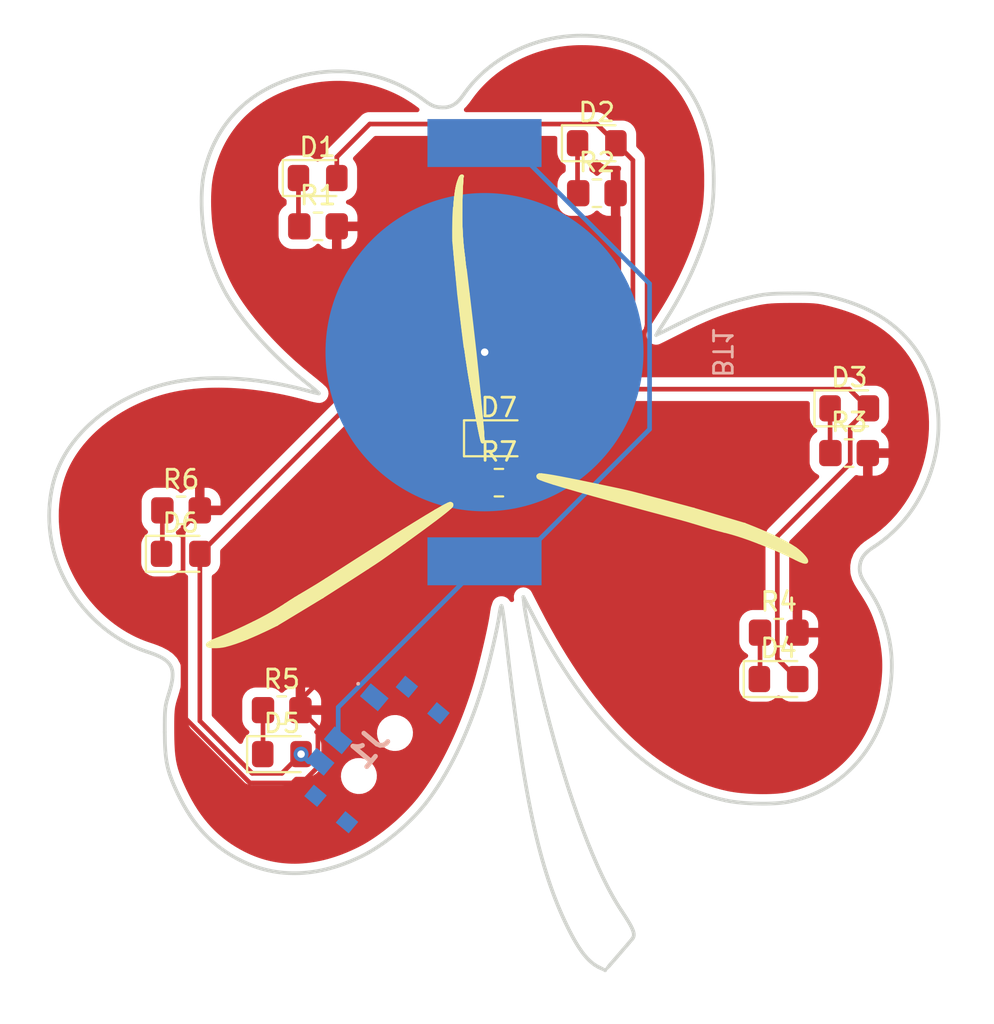
<source format=kicad_pcb>
(kicad_pcb (version 20211014) (generator pcbnew)
  (layers (0 "F.Cu" signal) (31 "B.Cu" signal) (34 "B.Paste" user) (35 "F.Paste" user) (36 "B.SilkS" user "B.Silkscreen") (37 "F.SilkS" user "F.Silkscreen") (38 "B.Mask" user) (39 "F.Mask" user) (44 "Edge.Cuts" user))
  (net 0 "")
  (net 2 "Net-(BT1-Pad1)")
  (net 3 "Net-(D1-Pad2)")
  (net 8 "GND")
  (net 9 "Net-(D1-Pad1)")
  (net 10 "Net-(D2-Pad1)")
  (net 11 "Net-(D3-Pad1)")
  (net 12 "Net-(D4-Pad1)")
  (net 13 "Net-(D5-Pad1)")
  (net 14 "Net-(D6-Pad1)")
  (net 15 "Net-(D7-Pad1)")
  (footprint "LED_SMD:LED_0805_2012Metric_Pad1.15x1.40mm_HandSolder" (layer "F.Cu") (at 98.765 47.57)
    (fp_text reference "D7" (at 0 -1.65) (layer "F.SilkS"))
    (fp_text value "LED")
    (fp_line (start -1.86 -0.96) (end -1.86 0.96) (layer "F.SilkS") (width 0.12))
    (fp_line (start 1 -0.96) (end -1.86 -0.96) (layer "F.SilkS") (width 0.12))
    (fp_line (start -1.86 0.96) (end 1 0.96) (layer "F.SilkS") (width 0.12))
    (pad "1" smd roundrect locked (at -1.025 0) (size 1.15 1.4) (layers "F.Cu" "F.Paste" "F.Mask") (roundrect_rratio 0.217391) (net 15 "Net-(D7-Pad1)"))
    (pad "2" smd roundrect locked (at 1.025 0) (size 1.15 1.4) (layers "F.Cu" "F.Paste" "F.Mask") (roundrect_rratio 0.217391) (net 3 "Net-(D1-Pad2)"))
  )
  (footprint "Resistor_SMD:R_0805_2012Metric_Pad1.20x1.40mm_HandSolder" (layer "F.Cu") (at 89.1 36.25)
    (fp_text reference "R1" (at 0 -1.65) (layer "F.SilkS"))
    (fp_text value "1k")
    (fp_line (start -0.227064 -0.735) (end 0.227064 -0.735) (layer "F.SilkS") (width 0.12))
    (fp_line (start -0.227064 0.735) (end 0.227064 0.735) (layer "F.SilkS") (width 0.12))
    (pad "1" smd roundrect locked (at -1 0) (size 1.2 1.4) (layers "F.Cu" "F.Paste" "F.Mask") (roundrect_rratio 0.208333) (net 9 "Net-(D1-Pad1)"))
    (pad "2" smd roundrect locked (at 1 0) (size 1.2 1.4) (layers "F.Cu" "F.Paste" "F.Mask") (roundrect_rratio 0.208333) (net 8 "GND"))
  )
  (footprint "Resistor_SMD:R_0805_2012Metric_Pad1.20x1.40mm_HandSolder" (layer "F.Cu") (at 113.73 57.95)
    (fp_text reference "R4" (at 0 -1.65) (layer "F.SilkS"))
    (fp_text value "1k")
    (fp_line (start -0.227064 0.735) (end 0.227064 0.735) (layer "F.SilkS") (width 0.12))
    (fp_line (start -0.227064 -0.735) (end 0.227064 -0.735) (layer "F.SilkS") (width 0.12))
    (pad "1" smd roundrect locked (at -1 0) (size 1.2 1.4) (layers "F.Cu" "F.Paste" "F.Mask") (roundrect_rratio 0.208333) (net 12 "Net-(D4-Pad1)"))
    (pad "2" smd roundrect locked (at 1 0) (size 1.2 1.4) (layers "F.Cu" "F.Paste" "F.Mask") (roundrect_rratio 0.208333) (net 8 "GND"))
  )
  (footprint "Resistor_SMD:R_0805_2012Metric_Pad1.20x1.40mm_HandSolder" (layer "F.Cu") (at 98.77 49.94)
    (fp_text reference "R7" (at 0 -1.65) (layer "F.SilkS"))
    (fp_text value "1k")
    (fp_line (start -0.227064 -0.735) (end 0.227064 -0.735) (layer "F.SilkS") (width 0.12))
    (fp_line (start -0.227064 0.735) (end 0.227064 0.735) (layer "F.SilkS") (width 0.12))
    (pad "1" smd roundrect locked (at -1 0) (size 1.2 1.4) (layers "F.Cu" "F.Paste" "F.Mask") (roundrect_rratio 0.208333) (net 15 "Net-(D7-Pad1)"))
    (pad "2" smd roundrect locked (at 1 0) (size 1.2 1.4) (layers "F.Cu" "F.Paste" "F.Mask") (roundrect_rratio 0.208333) (net 8 "GND"))
  )
  (footprint "LED_SMD:LED_0805_2012Metric_Pad1.15x1.40mm_HandSolder" (layer "F.Cu") (at 113.72 60.43)
    (fp_text reference "D4" (at 0 -1.65) (layer "F.SilkS"))
    (fp_text value "LED")
    (fp_line (start -1.86 0.96) (end 1 0.96) (layer "F.SilkS") (width 0.12))
    (fp_line (start -1.86 -0.96) (end -1.86 0.96) (layer "F.SilkS") (width 0.12))
    (fp_line (start 1 -0.96) (end -1.86 -0.96) (layer "F.SilkS") (width 0.12))
    (pad "1" smd roundrect locked (at -1.025 0) (size 1.15 1.4) (layers "F.Cu" "F.Paste" "F.Mask") (roundrect_rratio 0.217391) (net 12 "Net-(D4-Pad1)"))
    (pad "2" smd roundrect locked (at 1.025 0) (size 1.15 1.4) (layers "F.Cu" "F.Paste" "F.Mask") (roundrect_rratio 0.217391) (net 3 "Net-(D1-Pad2)"))
  )
  (footprint "Resistor_SMD:R_0805_2012Metric_Pad1.20x1.40mm_HandSolder" (layer "F.Cu") (at 117.49 48.36)
    (fp_text reference "R3" (at 0 -1.65) (layer "F.SilkS"))
    (fp_text value "1k")
    (fp_line (start -0.227064 -0.735) (end 0.227064 -0.735) (layer "F.SilkS") (width 0.12))
    (fp_line (start -0.227064 0.735) (end 0.227064 0.735) (layer "F.SilkS") (width 0.12))
    (pad "1" smd roundrect locked (at -1 0) (size 1.2 1.4) (layers "F.Cu" "F.Paste" "F.Mask") (roundrect_rratio 0.208333) (net 11 "Net-(D3-Pad1)"))
    (pad "2" smd roundrect locked (at 1 0) (size 1.2 1.4) (layers "F.Cu" "F.Paste" "F.Mask") (roundrect_rratio 0.208333) (net 8 "GND"))
  )
  (footprint "LED_SMD:LED_0805_2012Metric_Pad1.15x1.40mm_HandSolder" (layer "F.Cu") (at 81.76 53.74)
    (fp_text reference "D6" (at 0 -1.65) (layer "F.SilkS"))
    (fp_text value "LED")
    (fp_line (start -1.86 -0.96) (end -1.86 0.96) (layer "F.SilkS") (width 0.12))
    (fp_line (start 1 -0.96) (end -1.86 -0.96) (layer "F.SilkS") (width 0.12))
    (fp_line (start -1.86 0.96) (end 1 0.96) (layer "F.SilkS") (width 0.12))
    (pad "1" smd roundrect locked (at -1.025 0) (size 1.15 1.4) (layers "F.Cu" "F.Paste" "F.Mask") (roundrect_rratio 0.217391) (net 14 "Net-(D6-Pad1)"))
    (pad "2" smd roundrect locked (at 1.025 0) (size 1.15 1.4) (layers "F.Cu" "F.Paste" "F.Mask") (roundrect_rratio 0.217391) (net 3 "Net-(D1-Pad2)"))
  )
  (footprint "Resistor_SMD:R_0805_2012Metric_Pad1.20x1.40mm_HandSolder" (layer "F.Cu") (at 104.01 34.48)
    (fp_text reference "R2" (at 0 -1.65) (layer "F.SilkS"))
    (fp_text value "1k")
    (fp_line (start -0.227064 -0.735) (end 0.227064 -0.735) (layer "F.SilkS") (width 0.12))
    (fp_line (start -0.227064 0.735) (end 0.227064 0.735) (layer "F.SilkS") (width 0.12))
    (pad "1" smd roundrect locked (at -1 0) (size 1.2 1.4) (layers "F.Cu" "F.Paste" "F.Mask") (roundrect_rratio 0.208333) (net 10 "Net-(D2-Pad1)"))
    (pad "2" smd roundrect locked (at 1 0) (size 1.2 1.4) (layers "F.Cu" "F.Paste" "F.Mask") (roundrect_rratio 0.208333) (net 8 "GND"))
  )
  (footprint "LED_SMD:LED_0805_2012Metric_Pad1.15x1.40mm_HandSolder" (layer "F.Cu") (at 87.17 64.44)
    (fp_text reference "D5" (at 0 -1.65) (layer "F.SilkS"))
    (fp_text value "LED")
    (fp_line (start -1.86 0.96) (end 1 0.96) (layer "F.SilkS") (width 0.12))
    (fp_line (start -1.86 -0.96) (end -1.86 0.96) (layer "F.SilkS") (width 0.12))
    (fp_line (start 1 -0.96) (end -1.86 -0.96) (layer "F.SilkS") (width 0.12))
    (pad "1" smd roundrect locked (at -1.025 0) (size 1.15 1.4) (layers "F.Cu" "F.Paste" "F.Mask") (roundrect_rratio 0.217391) (net 13 "Net-(D5-Pad1)"))
    (pad "2" smd roundrect locked (at 1.025 0) (size 1.15 1.4) (layers "F.Cu" "F.Paste" "F.Mask") (roundrect_rratio 0.217391) (net 3 "Net-(D1-Pad2)"))
  )
  (footprint "Resistor_SMD:R_0805_2012Metric_Pad1.20x1.40mm_HandSolder" (layer "F.Cu") (at 87.16 62.09)
    (fp_text reference "R5" (at 0 -1.65) (layer "F.SilkS"))
    (fp_text value "1k")
    (fp_line (start -0.227064 -0.735) (end 0.227064 -0.735) (layer "F.SilkS") (width 0.12))
    (fp_line (start -0.227064 0.735) (end 0.227064 0.735) (layer "F.SilkS") (width 0.12))
    (pad "1" smd roundrect locked (at -1 0) (size 1.2 1.4) (layers "F.Cu" "F.Paste" "F.Mask") (roundrect_rratio 0.208333) (net 13 "Net-(D5-Pad1)"))
    (pad "2" smd roundrect locked (at 1 0) (size 1.2 1.4) (layers "F.Cu" "F.Paste" "F.Mask") (roundrect_rratio 0.208333) (net 8 "GND"))
  )
  (footprint "LED_SMD:LED_0805_2012Metric_Pad1.15x1.40mm_HandSolder" (layer "F.Cu") (at 117.5 45.97)
    (fp_text reference "D3" (at 0 -1.65) (layer "F.SilkS"))
    (fp_text value "LED")
    (fp_line (start -1.86 -0.96) (end -1.86 0.96) (layer "F.SilkS") (width 0.12))
    (fp_line (start 1 -0.96) (end -1.86 -0.96) (layer "F.SilkS") (width 0.12))
    (fp_line (start -1.86 0.96) (end 1 0.96) (layer "F.SilkS") (width 0.12))
    (pad "1" smd roundrect locked (at -1.025 0) (size 1.15 1.4) (layers "F.Cu" "F.Paste" "F.Mask") (roundrect_rratio 0.217391) (net 11 "Net-(D3-Pad1)"))
    (pad "2" smd roundrect locked (at 1.025 0) (size 1.15 1.4) (layers "F.Cu" "F.Paste" "F.Mask") (roundrect_rratio 0.217391) (net 3 "Net-(D1-Pad2)"))
  )
  (footprint "LED_SMD:LED_0805_2012Metric_Pad1.15x1.40mm_HandSolder" (layer "F.Cu") (at 104 31.81)
    (fp_text reference "D2" (at 0 -1.65) (layer "F.SilkS"))
    (fp_text value "LED")
    (fp_line (start -1.86 0.96) (end 1 0.96) (layer "F.SilkS") (width 0.12))
    (fp_line (start -1.86 -0.96) (end -1.86 0.96) (layer "F.SilkS") (width 0.12))
    (fp_line (start 1 -0.96) (end -1.86 -0.96) (layer "F.SilkS") (width 0.12))
    (pad "1" smd roundrect locked (at -1.025 0) (size 1.15 1.4) (layers "F.Cu" "F.Paste" "F.Mask") (roundrect_rratio 0.217391) (net 10 "Net-(D2-Pad1)"))
    (pad "2" smd roundrect locked (at 1.025 0) (size 1.15 1.4) (layers "F.Cu" "F.Paste" "F.Mask") (roundrect_rratio 0.217391) (net 3 "Net-(D1-Pad2)"))
  )
  (footprint "LED_SMD:LED_0805_2012Metric_Pad1.15x1.40mm_HandSolder" (layer "F.Cu") (at 89.08 33.67)
    (fp_text reference "D1" (at 0 -1.65) (layer "F.SilkS"))
    (fp_text value "LED")
    (fp_line (start -1.86 0.96) (end 1 0.96) (layer "F.SilkS") (width 0.12))
    (fp_line (start 1 -0.96) (end -1.86 -0.96) (layer "F.SilkS") (width 0.12))
    (fp_line (start -1.86 -0.96) (end -1.86 0.96) (layer "F.SilkS") (width 0.12))
    (pad "1" smd roundrect locked (at -1.025 0) (size 1.15 1.4) (layers "F.Cu" "F.Paste" "F.Mask") (roundrect_rratio 0.217391) (net 9 "Net-(D1-Pad1)"))
    (pad "2" smd roundrect locked (at 1.025 0) (size 1.15 1.4) (layers "F.Cu" "F.Paste" "F.Mask") (roundrect_rratio 0.217391) (net 3 "Net-(D1-Pad2)"))
  )
  (footprint "Resistor_SMD:R_0805_2012Metric_Pad1.20x1.40mm_HandSolder" (layer "F.Cu") (at 81.78 51.42)
    (fp_text reference "R6" (at 0 -1.65) (layer "F.SilkS"))
    (fp_text value "1k")
    (fp_line (start -0.227064 0.735) (end 0.227064 0.735) (layer "F.SilkS") (width 0.12))
    (fp_line (start -0.227064 -0.735) (end 0.227064 -0.735) (layer "F.SilkS") (width 0.12))
    (pad "1" smd roundrect locked (at -1 0) (size 1.2 1.4) (layers "F.Cu" "F.Paste" "F.Mask") (roundrect_rratio 0.208333) (net 14 "Net-(D6-Pad1)"))
    (pad "2" smd roundrect locked (at 1 0) (size 1.2 1.4) (layers "F.Cu" "F.Paste" "F.Mask") (roundrect_rratio 0.208333) (net 8 "GND"))
  )
  (footprint "user-footprints:CR2032_holder_ali" (layer "B.Cu") (at 98 42.97 90)
    (fp_text reference "BT1" (at 0 12.7 270 unlocked) (layer "B.SilkS") (effects (justify mirror)))
    (fp_text value "Battery_Cell")
    (pad "1" smd rect (at 11.17 0 90) (size 2.56 6.1) (layers "B.Cu" "B.Paste" "B.Mask") (net 2 "Net-(BT1-Pad1)"))
    (pad "1" smd rect (at -11.17 0 90) (size 2.56 6.1) (layers "B.Cu" "B.Paste" "B.Mask") (net 2 "Net-(BT1-Pad1)"))
    (pad "2" smd circle (at 0 0 90) (size 17 17) (layers "B.Cu" "B.Paste" "B.Mask") (net 8 "GND"))
  )
  (footprint "user-footprints:MK12C02" (layer "B.Cu") (at 92.250476 64.459603 -130)
    (fp_text reference "J1" (at 0 0.575 50) (layer "B.SilkS") (effects (font (size 1.27 1.27) (thickness 0.254)) (justify mirror)))
    (fp_text value "MK-12C02" hide)
    (fp_line (start -2.2 3.2) (end -2.2 3.2) (layer "B.SilkS") (width 0.1))
    (fp_line (start -2.3 3.2) (end -2.3 3.2) (layer "B.SilkS") (width 0.1))
    (fp_arc (start -2.2 3.2) (mid -2.25 3.25) (end -2.3 3.2) (layer "B.SilkS") (width 0.1))
    (fp_arc (start -2.3 3.2) (mid -2.25 3.15) (end -2.2 3.2) (layer "B.SilkS") (width 0.1))
    (pad "" np_thru_hole circle locked (at 1.5 0 230) (size 0.9 0.9) (drill 0.9) (layers *.Cu *.Mask))
    (pad "" np_thru_hole circle locked (at -1.5 0 230) (size 0.9 0.9) (drill 0.9) (layers *.Cu *.Mask))
    (pad "1" smd rect locked (at -2.25 2.075 230) (size 0.9 1.25) (layers "B.Cu" "B.Paste" "B.Mask"))
    (pad "2" smd rect locked (at 0.75 2.075 230) (size 0.9 1.25) (layers "B.Cu" "B.Paste" "B.Mask") (net 2 "Net-(BT1-Pad1)"))
    (pad "3" smd rect locked (at 2.25 2.075 230) (size 0.9 1.25) (layers "B.Cu" "B.Paste" "B.Mask") (net 3 "Net-(D1-Pad2)"))
    (pad "MP1" smd rect locked (at -3.8 1.1 230) (size 0.8 0.9) (layers "B.Cu" "B.Paste" "B.Mask"))
    (pad "MP2" smd rect locked (at -3.8 -1.1 230) (size 0.8 0.9) (layers "B.Cu" "B.Paste" "B.Mask"))
    (pad "MP3" smd rect locked (at 3.8 -1.1 230) (size 0.8 0.9) (layers "B.Cu" "B.Paste" "B.Mask"))
    (pad "MP4" smd rect locked (at 3.8 1.1 230) (size 0.8 0.9) (layers "B.Cu" "B.Paste" "B.Mask"))
  )
  (gr_line (start 111.890882 52.183929) (end 109.167352 51.377013) (layer "F.SilkS") (width 0.2))
  (gr_curve (pts (xy 97.727113 46.268422) (xy 97.736029 46.278164) (xy 97.752328 46.293092) (xy 97.778791 46.290642)) (layer "F.SilkS") (width 0.2))
  (gr_curve (pts (xy 96.688882 33.731081) (xy 96.724549 33.655687) (xy 96.761691 33.594002) (xy 96.77142 33.594002)) (layer "F.SilkS") (width 0.2))
  (gr_curve (pts (xy 96.39205 36.370633) (xy 96.400969 35.024052) (xy 96.501929 34.126268) (xy 96.688882 33.731081)) (layer "F.SilkS") (width 0.2))
  (gr_curve (pts (xy 87.349311 56.629954) (xy 87.606605 56.462333) (xy 88.167652 56.114498) (xy 88.596082 55.85699)) (layer "F.SilkS") (width 0.2))
  (gr_curve (pts (xy 100.888126 49.643762) (xy 100.896752 49.654147) (xy 100.905298 49.660272) (xy 100.915074 49.666815)) (layer "F.SilkS") (width 0.2))
  (gr_line (start 96.803876 33.581031) (end 96.803876 33.581044) (layer "F.SilkS") (width 0.2))
  (gr_curve (pts (xy 93.700379 53.103633) (xy 95.177615 52.039676) (xy 95.920504 51.474794) (xy 96.151231 51.254163)) (layer "F.SilkS") (width 0.2))
  (gr_curve (pts (xy 83.697518 58.322194) (xy 83.486428 58.404958) (xy 83.428639 58.418487) (xy 83.261062 58.532784)) (layer "F.SilkS") (width 0.2))
  (gr_curve (pts (xy 96.700524 33.668881) (xy 96.734526 33.609706) (xy 96.762836 33.562053) (xy 96.803876 33.581031)) (layer "F.SilkS") (width 0.2))
  (gr_line (start 96.639027 39.848876) (end 96.639027 39.847844) (layer "F.SilkS") (width 0.2))
  (gr_curve (pts (xy 93.642234 53.022811) (xy 92.129076 54.11264) (xy 92.328782 53.963108) (xy 91.689381 54.380454)) (layer "F.SilkS") (width 0.2))
  (gr_curve (pts (xy 95.710857 51.442569) (xy 95.747592 51.479305) (xy 93.228483 53.328934) (xy 92.176806 54.037411)) (layer "F.SilkS") (width 0.2))
  (gr_curve (pts (xy 97.711087 45.385779) (xy 97.733259 45.667354) (xy 97.737633 45.832368) (xy 97.739509 45.977474)) (layer "F.SilkS") (width 0.2))
  (gr_curve (pts (xy 89.559154 55.133109) (xy 89.038909 55.467759) (xy 88.552172 55.747659) (xy 88.111052 56.0123)) (layer "F.SilkS") (width 0.2))
  (gr_curve (pts (xy 108.378063 51.703173) (xy 105.961793 51.059987) (xy 103.102029 50.285552) (xy 101.740082 49.860404)) (layer "F.SilkS") (width 0.2))
  (gr_curve (pts (xy 114.539554 53.55315) (xy 114.677571 53.650389) (xy 114.787071 53.745068) (xy 114.852884 53.828464)) (layer "F.SilkS") (width 0.2))
  (gr_curve (pts (xy 96.863432 37.903434) (xy 96.896903 38.16602) (xy 96.959024 38.76532) (xy 97.001479 39.235211)) (layer "F.SilkS") (width 0.2))
  (gr_curve (pts (xy 97.291415 44.594105) (xy 97.033886 43.12261) (xy 96.752075 40.887476) (xy 96.519123 38.468811)) (layer "F.SilkS") (width 0.2))
  (gr_curve (pts (xy 114.895839 53.95706) (xy 114.03166 53.518926) (xy 112.394611 52.783358) (xy 110.83575 52.410792)) (layer "F.SilkS") (width 0.2))
  (gr_curve (pts (xy 95.396488 51.465978) (xy 94.16035 52.188924) (xy 91.662351 53.780215) (xy 89.559154 55.133109)) (layer "F.SilkS") (width 0.2))
  (gr_curve (pts (xy 100.874818 49.586656) (xy 100.867171 49.612104) (xy 100.879501 49.633393) (xy 100.888126 49.643762)) (layer "F.SilkS") (width 0.2))
  (gr_line (start 96.803876 33.581044) (end 96.803876 33.581031) (layer "F.SilkS") (width 0.2))
  (gr_curve (pts (xy 110.213144 52.347615) (xy 110.419378 52.407512) (xy 110.618485 52.461998) (xy 110.81212 52.508276)) (layer "F.SilkS") (width 0.2))
  (gr_curve (pts (xy 86.888934 57.49135) (xy 86.890046 57.490821) (xy 86.89113 57.490291) (xy 86.892189 57.489762)) (layer "F.SilkS") (width 0.2))
  (gr_curve (pts (xy 87.167987 56.611867) (xy 86.684352 56.920826) (xy 86.184669 57.190855) (xy 85.671598 57.444593)) (layer "F.SilkS") (width 0.2))
  (gr_curve (pts (xy 97.900222 47.740999) (xy 97.893501 47.740999) (xy 97.853148 47.579866) (xy 97.810548 47.382927)) (layer "F.SilkS") (width 0.2))
  (gr_curve (pts (xy 84.611409 57.944837) (xy 84.372639 58.053899) (xy 83.956169 58.220774) (xy 83.697518 58.322194)) (layer "F.SilkS") (width 0.2))
  (gr_curve (pts (xy 88.111052 56.0123) (xy 88.039849 56.055017) (xy 87.969835 56.097337) (xy 87.90106 56.139424)) (layer "F.SilkS") (width 0.2))
  (gr_curve (pts (xy 101.045373 49.540312) (xy 101.005559 49.537582) (xy 100.974711 49.537079) (xy 100.949991 49.539386)) (layer "F.SilkS") (width 0.2))
  (gr_curve (pts (xy 100.915074 49.666815) (xy 100.934627 49.679904) (xy 100.959582 49.692602) (xy 100.991914 49.707071)) (layer "F.SilkS") (width 0.2))
  (gr_line (start 111.86204 52.279791) (end 111.862569 52.27999) (layer "F.SilkS") (width 0.2))
  (gr_curve (pts (xy 96.18055 51.06825) (xy 96.167056 51.067642) (xy 96.15679 51.069812) (xy 96.14536 51.072637)) (layer "F.SilkS") (width 0.2))
  (gr_curve (pts (xy 96.519123 38.468811) (xy 96.391121 37.139808) (xy 96.387366 37.077808) (xy 96.39205 36.370633)) (layer "F.SilkS") (width 0.2))
  (gr_curve (pts (xy 87.90106 56.139424) (xy 87.717882 56.251523) (xy 87.543495 56.361979) (xy 87.378862 56.473929)) (layer "F.SilkS") (width 0.2))
  (gr_curve (pts (xy 96.952477 38.538653) (xy 97.004893 38.969812) (xy 97.058611 39.414865) (xy 97.112182 39.863432)) (layer "F.SilkS") (width 0.2))
  (gr_curve (pts (xy 97.215306 41.232878) (xy 97.662077 44.971339) (xy 97.953556 47.740999) (xy 97.900222 47.740999)) (layer "F.SilkS") (width 0.2))
  (gr_curve (pts (xy 85.671598 57.444593) (xy 85.324067 57.616466) (xy 84.970396 57.78087) (xy 84.611409 57.944837)) (layer "F.SilkS") (width 0.2))
  (gr_curve (pts (xy 97.215306 41.232878) (xy 97.662077 44.971339) (xy 97.953556 47.740999) (xy 97.900222 47.740999)) (layer "F.SilkS") (width 0.2))
  (gr_curve (pts (xy 96.724839 36.237267) (xy 96.753677 36.950467) (xy 96.775681 37.214993) (xy 96.863432 37.903434)) (layer "F.SilkS") (width 0.2))
  (gr_curve (pts (xy 97.001479 39.235211) (xy 97.043935 39.705102) (xy 97.140157 40.604052) (xy 97.215306 41.232878)) (layer "F.SilkS") (width 0.2))
  (gr_curve (pts (xy 95.446791 51.552065) (xy 95.690597 51.409468) (xy 95.837234 51.33366) (xy 95.967036 51.268771)) (layer "F.SilkS") (width 0.2))
  (gr_line (start 86.84082 57.403902) (end 86.840344 57.404132) (layer "F.SilkS") (width 0.2))
  (gr_line (start 83.55757 58.516591) (end 83.557559 58.516597) (layer "F.SilkS") (width 0.2))
  (gr_line (start 96.639027 39.847844) (end 96.375479 37.021143) (layer "F.SilkS") (width 0.2))
  (gr_line (start 83.633326 58.547217) (end 83.633326 58.547217) (layer "F.SilkS") (width 0.2))
  (gr_line (start 89.271489 55.934981) (end 89.270536 55.93551) (layer "F.SilkS") (width 0.2))
  (gr_curve (pts (xy 84.096195 58.525217) (xy 83.931361 58.561732) (xy 83.787623 58.578895) (xy 83.681652 58.571368)) (layer "F.SilkS") (width 0.2))
  (gr_curve (pts (xy 96.77089 33.813871) (xy 96.723529 34.385619) (xy 96.70001 35.623248) (xy 96.724839 36.237267)) (layer "F.SilkS") (width 0.2))
  (gr_curve (pts (xy 109.165764 51.376431) (xy 109.165764 51.376431) (xy 107.350765 50.885478) (xy 106.386243 50.6356)) (layer "F.SilkS") (width 0.2))
  (gr_curve (pts (xy 111.862569 52.27999) (xy 111.865956 52.28126) (xy 112.682174 52.584542) (xy 113.475434 52.961938)) (layer "F.SilkS") (width 0.2))
  (gr_curve (pts (xy 97.900222 47.740999) (xy 97.893501 47.740999) (xy 97.853148 47.579866) (xy 97.810548 47.382927)) (layer "F.SilkS") (width 0.2))
  (gr_curve (pts (xy 96.06385 51.102317) (xy 95.93399 51.158977) (xy 95.705525 51.285244) (xy 95.396488 51.465978)) (layer "F.SilkS") (width 0.2))
  (gr_curve (pts (xy 96.77142 33.594002) (xy 96.781148 33.594002) (xy 96.780913 33.692943) (xy 96.77089 33.813871)) (layer "F.SilkS") (width 0.2))
  (gr_curve (pts (xy 114.59713 53.4716) (xy 114.312213 53.27086) (xy 113.918222 53.061985) (xy 113.51814 52.871649)) (layer "F.SilkS") (width 0.2))
  (gr_curve (pts (xy 111.894242 52.185278) (xy 111.893184 52.184802) (xy 111.891861 52.184352) (xy 111.890882 52.183929)) (layer "F.SilkS") (width 0.2))
  (gr_curve (pts (xy 100.991914 49.707071) (xy 101.121261 49.76489) (xy 101.368474 49.848706) (xy 101.710215 49.955389)) (layer "F.SilkS") (width 0.2))
  (gr_line (start 109.140139 51.472972) (end 111.86204 52.279791) (layer "F.SilkS") (width 0.2))
  (gr_curve (pts (xy 83.681652 58.571368) (xy 83.613576 58.566526) (xy 83.55835 58.56179) (xy 83.557559 58.516597)) (layer "F.SilkS") (width 0.2))
  (gr_curve (pts (xy 97.215306 41.232878) (xy 97.662077 44.971339) (xy 97.953556 47.740999) (xy 97.900222 47.740999)) (layer "F.SilkS") (width 0.2))
  (gr_curve (pts (xy 96.375479 37.020614) (xy 96.375389 37.017015) (xy 96.353307 36.146534) (xy 96.408552 35.269816)) (layer "F.SilkS") (width 0.2))
  (gr_curve (pts (xy 109.167352 51.377013) (xy 109.166823 51.376806) (xy 109.166293 51.376616) (xy 109.165764 51.376431)) (layer "F.SilkS") (width 0.2))
  (gr_curve (pts (xy 97.136156 40.46951) (xy 97.43791 42.951646) (xy 97.7828 45.894274) (xy 97.894766 47.316635)) (layer "F.SilkS") (width 0.2))
  (gr_curve (pts (xy 86.840344 57.404132) (xy 86.837145 57.40572) (xy 86.063183 57.804794) (xy 85.249929 58.136912)) (layer "F.SilkS") (width 0.2))
  (gr_curve (pts (xy 89.324504 56.019436) (xy 89.324504 56.019436) (xy 90.909896 55.008606) (xy 91.744254 54.464009)) (layer "F.SilkS") (width 0.2))
  (gr_curve (pts (xy 96.519123 38.468811) (xy 96.391121 37.139808) (xy 96.387366 37.077808) (xy 96.39205 36.370633)) (layer "F.SilkS") (width 0.2))
  (gr_curve (pts (xy 104.063178 50.106071) (xy 102.281763 49.730847) (xy 101.363857 49.562241) (xy 101.045373 49.540312)) (layer "F.SilkS") (width 0.2))
  (gr_curve (pts (xy 83.557593 58.516509) (xy 84.46351 58.172882) (xy 86.109845 57.458343) (xy 87.435212 56.55709)) (layer "F.SilkS") (width 0.2))
  (gr_poly (pts (xy 104.83 50.32) (xy 108.05 51.11) (xy 111.21 52.06) (xy 112.23 52.35) (xy 113.64 53.06) (xy 114.58 53.59) (xy 115.17 54.01) (xy 115.05 54.18) (xy 114.55 53.85) (xy 113.47 53.32) (xy 112.4 52.89) (xy 110.29 52.24) (xy 108.05 51.57) (xy 106.38 51.16) (xy 103.91 50.45) (xy 101.97 50.03) (xy 101.95 49.67)) (layer "F.SilkS") (width 0.15) (fill solid))
  (gr_curve (pts (xy 97.112182 39.863432) (xy 97.36702 41.997215) (xy 97.61857 44.210488) (xy 97.711087 45.385779)) (layer "F.SilkS") (width 0.2))
  (gr_curve (pts (xy 84.117611 58.622713) (xy 84.457892 58.547333) (xy 84.877655 58.396812) (xy 85.287821 58.229304)) (layer "F.SilkS") (width 0.2))
  (gr_curve (pts (xy 96.724839 36.237267) (xy 96.753677 36.950467) (xy 96.775681 37.214993) (xy 96.863432 37.903434)) (layer "F.SilkS") (width 0.2))
  (gr_curve (pts (xy 96.77089 33.813871) (xy 96.723529 34.385619) (xy 96.70001 35.623248) (xy 96.724839 36.237267)) (layer "F.SilkS") (width 0.2))
  (gr_curve (pts (xy 108.352515 51.799888) (xy 109.046771 51.984692) (xy 109.655997 52.185831) (xy 110.213144 52.347615)) (layer "F.SilkS") (width 0.2))
  (gr_curve (pts (xy 101.710215 49.955389) (xy 103.077182 50.382104) (xy 105.935914 51.156613) (xy 108.352515 51.799888)) (layer "F.SilkS") (width 0.2))
  (gr_curve (pts (xy 97.706952 46.23845) (xy 97.712614 46.249494) (xy 97.718196 46.25868) (xy 97.727113 46.268422)) (layer "F.SilkS") (width 0.2))
  (gr_curve (pts (xy 96.39205 36.370633) (xy 96.400969 35.024052) (xy 96.501929 34.126268) (xy 96.688882 33.731081)) (layer "F.SilkS") (width 0.2))
  (gr_curve (pts (xy 101.740082 49.860404) (xy 101.470463 49.776246) (xy 101.315664 49.718925) (xy 101.180271 49.666691)) (layer "F.SilkS") (width 0.2))
  (gr_curve (pts (xy 90.493238 54.672543) (xy 92.712703 53.250884) (xy 94.242777 52.289947) (xy 95.116768 51.768812)) (layer "F.SilkS") (width 0.2))
  (gr_curve (pts (xy 92.176806 54.037411) (xy 90.621568 55.085116) (xy 87.26106 57.17091) (xy 86.569918 57.517485)) (layer "F.SilkS") (width 0.2))
  (gr_curve (pts (xy 88.596082 55.85699) (xy 89.024513 55.599482) (xy 89.878233 55.066481) (xy 90.493238 54.672543)) (layer "F.SilkS") (width 0.2))
  (gr_curve (pts (xy 113.763367 53.563032) (xy 114.004804 53.666055) (xy 114.408667 53.861479) (xy 114.657846 53.984344)) (layer "F.SilkS") (width 0.2))
  (gr_poly (pts (xy 96.71 34.43) (xy 96.69 35.45) (xy 96.76 37.47) (xy 96.96 39.23) (xy 97.49 43.7) (xy 97.79 46.13) (xy 97.66 46.44) (xy 97.33 44.62) (xy 97.09 43.11) (xy 96.94 42.05) (xy 96.52 38.54) (xy 96.42 37.07) (xy 96.4 35.77) (xy 96.49 34.64) (xy 96.61 34.15) (xy 96.74 33.87)) (layer "F.SilkS") (width 0.15) (fill solid))
  (gr_curve (pts (xy 112.679517 53.116362) (xy 113.040642 53.257454) (xy 113.400374 53.408137) (xy 113.763367 53.563032)) (layer "F.SilkS") (width 0.2))
  (gr_curve (pts (xy 89.323076 56.02023) (xy 89.323552 56.020007) (xy 89.324028 56.019701) (xy 89.324504 56.019436)) (layer "F.SilkS") (width 0.2))
  (gr_line (start 97.810553 47.382927) (end 97.810553 47.382927) (layer "F.SilkS") (width 0.2))
  (gr_curve (pts (xy 96.688882 33.731081) (xy 96.724549 33.655687) (xy 96.761691 33.594002) (xy 96.77142 33.594002)) (layer "F.SilkS") (width 0.2))
  (gr_line (start 86.892189 57.489762) (end 89.323076 56.02023) (layer "F.SilkS") (width 0.2))
  (gr_curve (pts (xy 97.810553 47.382927) (xy 97.706583 46.902271) (xy 97.5192 45.895648) (xy 97.291415 44.594105)) (layer "F.SilkS") (width 0.2))
  (gr_curve (pts (xy 110.81212 52.508276) (xy 111.453555 52.666285) (xy 112.068521 52.877621) (xy 112.679517 53.116362)) (layer "F.SilkS") (width 0.2))
  (gr_line (start 84.117489 58.622565) (end 84.117611 58.622713) (layer "F.SilkS") (width 0.2))
  (gr_curve (pts (xy 97.001479 39.235211) (xy 97.043935 39.705102) (xy 97.140157 40.604052) (xy 97.215306 41.232878)) (layer "F.SilkS") (width 0.2))
  (gr_curve (pts (xy 96.234363 51.153081) (xy 96.239258 51.140815) (xy 96.245581 51.119644) (xy 96.231717 51.096882)) (layer "F.SilkS") (width 0.2))
  (gr_curve (pts (xy 96.724839 36.237267) (xy 96.753677 36.950467) (xy 96.775681 37.214993) (xy 96.863432 37.903434)) (layer "F.SilkS") (width 0.2))
  (gr_line (start 89.270536 55.93551) (end 86.84082 57.403902) (layer "F.SilkS") (width 0.2))
  (gr_curve (pts (xy 83.620762 58.508421) (xy 84.973024 57.987594) (xy 86.262789 57.337804) (xy 87.349311 56.629954)) (layer "F.SilkS") (width 0.2))
  (gr_curve (pts (xy 96.14536 51.072637) (xy 96.1225 51.078291) (xy 96.096319 51.088163) (xy 96.06385 51.102317)) (layer "F.SilkS") (width 0.2))
  (gr_curve (pts (xy 96.77089 33.813871) (xy 96.723529 34.385619) (xy 96.70001 35.623248) (xy 96.724839 36.237267)) (layer "F.SilkS") (width 0.2))
  (gr_curve (pts (xy 114.852884 53.828464) (xy 114.895167 53.88204) (xy 114.928869 53.926043) (xy 114.895987 53.957078)) (layer "F.SilkS") (width 0.2))
  (gr_line (start 97.810548 47.382927) (end 97.810553 47.382927) (layer "F.SilkS") (width 0.2))
  (gr_curve (pts (xy 106.361481 50.732513) (xy 107.324363 50.981965) (xy 109.137785 51.472227) (xy 109.139081 51.472576)) (layer "F.SilkS") (width 0.2))
  (gr_curve (pts (xy 96.985261 42.702448) (xy 96.858647 41.715871) (xy 96.639186 39.850208) (xy 96.639027 39.848876)) (layer "F.SilkS") (width 0.2))
  (gr_curve (pts (xy 89.613643 55.217169) (xy 91.716552 53.864458) (xy 94.215193 52.272356) (xy 95.446791 51.552065)) (layer "F.SilkS") (width 0.2))
  (gr_line (start 114.596981 53.47161) (end 114.59713 53.4716) (layer "F.SilkS") (width 0.2))
  (gr_curve (pts (xy 87.435212 56.55709) (xy 88.037676 56.14741) (xy 88.781751 55.752289) (xy 89.613643 55.217169)) (layer "F.SilkS") (width 0.2))
  (gr_line (start 96.455348 37.91802) (end 96.455348 37.916988) (layer "F.SilkS") (width 0.2))
  (gr_curve (pts (xy 106.386243 50.6356) (xy 105.648439 50.444458) (xy 105.888067 50.490455) (xy 104.063178 50.106071)) (layer "F.SilkS") (width 0.2))
  (gr_curve (pts (xy 113.475434 52.961938) (xy 113.87288 53.151025) (xy 114.263524 53.35867) (xy 114.539554 53.55315)) (layer "F.SilkS") (width 0.2))
  (gr_curve (pts (xy 96.39205 36.370633) (xy 96.400969 35.024052) (xy 96.501929 34.126268) (xy 96.688882 33.731081)) (layer "F.SilkS") (width 0.2))
  (gr_curve (pts (xy 100.914669 49.546953) (xy 100.90234 49.55161) (xy 100.882401 49.561185) (xy 100.874818 49.586656)) (layer "F.SilkS") (width 0.2))
  (gr_poly (pts (xy 94.91 52.15) (xy 93.93 52.82) (xy 91.46 54.52) (xy 88.73 56.27) (xy 87.43 57.07) (xy 86.4 57.6) (xy 85.31 58.08) (xy 83.61 58.69) (xy 83.35 58.65) (xy 83.35 58.52) (xy 83.48 58.41) (xy 85.65 57.6) (xy 87.66 56.43) (xy 88.37 55.99) (xy 90.35 54.73) (xy 92.32 53.52) (xy 93.79 52.58) (xy 94.77 51.96)) (layer "F.SilkS") (width 0.15) (fill solid))
  (gr_curve (pts (xy 95.967036 51.268771) (xy 95.714235 51.497441) (xy 95.048997 52.009612) (xy 93.642234 53.022811)) (layer "F.SilkS") (width 0.2))
  (gr_curve (pts (xy 85.249929 58.136912) (xy 84.842463 58.303316) (xy 84.425864 58.452189) (xy 84.096195 58.525217)) (layer "F.SilkS") (width 0.2))
  (gr_curve (pts (xy 91.689381 54.380454) (xy 90.856442 54.924127) (xy 89.27262 55.934259) (xy 89.271489 55.934981)) (layer "F.SilkS") (width 0.2))
  (gr_curve (pts (xy 101.180271 49.666691) (xy 101.519565 49.699522) (xy 102.346207 49.846236) (xy 104.042636 50.203562)) (layer "F.SilkS") (width 0.2))
  (gr_curve (pts (xy 97.900222 47.740999) (xy 97.893501 47.740999) (xy 97.853148 47.579866) (xy 97.810548 47.382927)) (layer "F.SilkS") (width 0.2))
  (gr_curve (pts (xy 110.83575 52.410792) (xy 110.127146 52.241439) (xy 109.33392 51.95761) (xy 108.378063 51.703173)) (layer "F.SilkS") (width 0.2))
  (gr_curve (pts (xy 83.261062 58.532784) (xy 82.971768 58.730168) (xy 83.853272 58.705866) (xy 84.117489 58.622565)) (layer "F.SilkS") (width 0.2))
  (gr_line (start 83.557559 58.516597) (end 83.55757 58.516591) (layer "F.SilkS") (width 0.2))
  (gr_curve (pts (xy 96.863432 37.903434) (xy 96.896903 38.16602) (xy 96.959024 38.76532) (xy 97.001479 39.235211)) (layer "F.SilkS") (width 0.2))
  (gr_line (start 114.895976 53.957073) (end 114.895839 53.95706) (layer "F.SilkS") (width 0.2))
  (gr_curve (pts (xy 97.810553 47.382927) (xy 97.706583 46.902271) (xy 97.5192 45.895648) (xy 97.291415 44.594105)) (layer "F.SilkS") (width 0.2))
  (gr_curve (pts (xy 96.688882 33.731081) (xy 96.724549 33.655687) (xy 96.761691 33.594002) (xy 96.77142 33.594002)) (layer "F.SilkS") (width 0.2))
  (gr_curve (pts (xy 87.378862 56.473929) (xy 87.308918 56.520787) (xy 87.238624 56.566742) (xy 87.167987 56.611867)) (layer "F.SilkS") (width 0.2))
  (gr_curve (pts (xy 86.569918 57.517485) (xy 85.22268 58.193062) (xy 83.941097 58.642456) (xy 83.633326 58.547217)) (layer "F.SilkS") (width 0.2))
  (gr_line (start 109.139081 51.472576) (end 109.140139 51.472972) (layer "F.SilkS") (width 0.2))
  (gr_curve (pts (xy 104.042636 50.203562) (xy 105.867369 50.587913) (xy 105.622333 50.541024) (xy 106.361481 50.732513)) (layer "F.SilkS") (width 0.2))
  (gr_curve (pts (xy 85.287821 58.229304) (xy 86.108153 57.894292) (xy 86.888934 57.49135) (xy 86.888934 57.49135)) (layer "F.SilkS") (width 0.2))
  (gr_curve (pts (xy 114.657846 53.984344) (xy 114.861202 54.084618) (xy 114.910126 54.11822) (xy 115.107482 54.165094)) (layer "F.SilkS") (width 0.2))
  (gr_curve (pts (xy 113.51814 52.871649) (xy 112.717975 52.490968) (xy 111.894242 52.185278) (xy 111.894242 52.185278)) (layer "F.SilkS") (width 0.2))
  (gr_curve (pts (xy 95.116768 51.768812) (xy 95.649392 51.451224) (xy 95.694655 51.426368) (xy 95.710857 51.442569)) (layer "F.SilkS") (width 0.2))
  (gr_curve (pts (xy 96.519123 38.468811) (xy 96.391121 37.139808) (xy 96.387366 37.077808) (xy 96.39205 36.370633)) (layer "F.SilkS") (width 0.2))
  (gr_curve (pts (xy 96.77142 33.594002) (xy 96.781148 33.594002) (xy 96.780913 33.692943) (xy 96.77089 33.813871)) (layer "F.SilkS") (width 0.2))
  (gr_curve (pts (xy 115.107482 54.165094) (xy 115.448233 54.245969) (xy 114.836522 53.610792) (xy 114.596981 53.47161)) (layer "F.SilkS") (width 0.2))
  (gr_curve (pts (xy 100.949991 49.539386) (xy 100.937635 49.54055) (xy 100.927025 49.542294) (xy 100.914669 49.546953)) (layer "F.SilkS") (width 0.2))
  (gr_curve (pts (xy 97.291415 44.594105) (xy 97.033886 43.12261) (xy 96.752075 40.887476) (xy 96.519123 38.468811)) (layer "F.SilkS") (width 0.2))
  (gr_curve (pts (xy 97.810553 47.382927) (xy 97.706583 46.902271) (xy 97.5192 45.895648) (xy 97.291415 44.594105)) (layer "F.SilkS") (width 0.2))
  (gr_curve (pts (xy 96.231717 51.096882) (xy 96.218038 51.074099) (xy 96.194025 51.068858) (xy 96.18055 51.06825)) (layer "F.SilkS") (width 0.2))
  (gr_curve (pts (xy 97.291415 44.594105) (xy 97.033886 43.12261) (xy 96.752075 40.887476) (xy 96.519123 38.468811)) (layer "F.SilkS") (width 0.2))
  (gr_line (start 97.810553 47.382927) (end 97.810548 47.382927) (layer "F.SilkS") (width 0.2))
  (gr_curve (pts (xy 96.77142 33.594002) (xy 96.781148 33.594002) (xy 96.780913 33.692943) (xy 96.77089 33.813871)) (layer "F.SilkS") (width 0.2))
  (gr_curve (pts (xy 96.21616 51.184284) (xy 96.223621 51.174381) (xy 96.229468 51.165345) (xy 96.234363 51.153081)) (layer "F.SilkS") (width 0.2))
  (gr_line (start 114.895987 53.957078) (end 114.895976 53.957073) (layer "F.SilkS") (width 0.2))
  (gr_curve (pts (xy 97.672328 46.149566) (xy 97.684605 46.18754) (xy 97.695612 46.216365) (xy 97.706952 46.23845)) (layer "F.SilkS") (width 0.2))
  (gr_curve (pts (xy 91.744254 54.464009) (xy 92.382494 54.047423) (xy 92.187089 54.193557) (xy 93.700379 53.103633)) (layer "F.SilkS") (width 0.2))
  (gr_curve (pts (xy 97.001479 39.235211) (xy 97.043935 39.705102) (xy 97.140157 40.604052) (xy 97.215306 41.232878)) (layer "F.SilkS") (width 0.2))
  (gr_curve (pts (xy 96.151231 51.254163) (xy 96.180065 51.226573) (xy 96.201219 51.204111) (xy 96.21616 51.184284)) (layer "F.SilkS") (width 0.2))
  (gr_curve (pts (xy 96.863432 37.903434) (xy 96.896903 38.16602) (xy 96.959024 38.76532) (xy 97.001479 39.235211)) (layer "F.SilkS") (width 0.2))
  (gr_curve (pts (xy 83.633327 58.547217) (xy 83.574214 58.528934) (xy 83.573473 58.526632) (xy 83.620762 58.508421)) (layer "F.SilkS") (width 0.2))
  (gr_curve (pts (xy 114.447744 39.83336) (xy 115.707145 39.829801) (xy 115.891639 39.847785) (xy 116.673487 40.050325)) (layer "Edge.Cuts") (width 0.2))
  (gr_curve (pts (xy 83.083165 37.018671) (xy 82.840123 35.955987) (xy 82.805365 34.309774) (xy 83.006773 33.400528)) (layer "Edge.Cuts") (width 0.2))
  (gr_curve (pts (xy 118.057666 54.527071) (xy 118.05742 54.829554) (xy 118.121896 54.987849) (xy 118.449311 55.488614)) (layer "Edge.Cuts") (width 0.2))
  (gr_curve (pts (xy 79.985237 58.978782) (xy 77.847483 58.293454) (xy 76.023583 56.507788) (xy 75.183404 54.277608)) (layer "Edge.Cuts") (width 0.2))
  (gr_curve (pts (xy 81.597172 66.541973) (xy 81.026188 65.338508) (xy 80.913465 64.801233) (xy 80.90718 63.253219)) (layer "Edge.Cuts") (width 0.2))
  (gr_curve (pts (xy 120.335606 41.978361) (xy 123.473033 45.043514) (xy 122.682764 50.900059) (xy 118.796834 53.381958)) (layer "Edge.Cuts") (width 0.2))
  (gr_line (start 100.079422 56.045298) (end 100.126876 56.476208) (layer "Edge.Cuts") (width 0.2))
  (gr_curve (pts (xy 75.179938 49.234569) (xy 76.107461 46.921295) (xy 78.677007 45.040949) (xy 81.608343 44.530382)) (layer "Edge.Cuts") (width 0.2))
  (gr_curve (pts (xy 119.669124 61.020332) (xy 119.194117 64.13077) (xy 117.110977 66.424111) (xy 114.251571 66.984561)) (layer "Edge.Cuts") (width 0.2))
  (gr_curve (pts (xy 116.673487 40.050325) (xy 118.243629 40.457068) (xy 119.403477 41.067706) (xy 120.335606 41.978361)) (layer "Edge.Cuts") (width 0.2))
  (gr_curve (pts (xy 101.234521 61.842977) (xy 102.478349 66.801355) (xy 103.947834 70.741252) (xy 105.322083 72.802297)) (layer "Edge.Cuts") (width 0.2))
  (gr_curve (pts (xy 95.644912 29.896237) (xy 96.173379 29.935708) (xy 96.508678 29.749841) (xy 96.885736 29.208409)) (layer "Edge.Cuts") (width 0.2))
  (gr_curve (pts (xy 118.796834 53.381958) (xy 118.268248 53.719561) (xy 118.058055 54.045187) (xy 118.057666 54.527071)) (layer "Edge.Cuts") (width 0.2))
  (gr_curve (pts (xy 91.478928 69.86717) (xy 89.158492 71.021965) (xy 86.931454 71.106878) (xy 84.957501 70.115829)) (layer "Edge.Cuts") (width 0.2))
  (gr_curve (pts (xy 99.139282 58.105483) (xy 99.042082 57.213317) (xy 98.937878 56.498589) (xy 98.907715 56.5172)) (layer "Edge.Cuts") (width 0.2))
  (gr_curve (pts (xy 102.449866 73.690844) (xy 100.898788 70.5422) (xy 100.068286 66.632413) (xy 99.139282 58.105483)) (layer "Edge.Cuts") (width 0.2))
  (gr_curve (pts (xy 105.322083 72.802297) (xy 105.970853 73.775291) (xy 106.087318 74.074149) (xy 105.906083 74.300873)) (layer "Edge.Cuts") (width 0.2))
  (gr_curve (pts (xy 112.13897 40.054774) (xy 112.967337 39.862161) (xy 113.231844 39.836795) (xy 114.447744 39.83336)) (layer "Edge.Cuts") (width 0.2))
  (gr_curve (pts (xy 98.799866 56.964119) (xy 98.706661 57.690351) (xy 98.203213 59.837373) (xy 97.877881 60.896052)) (layer "Edge.Cuts") (width 0.2))
  (gr_curve (pts (xy 114.251571 66.984561) (xy 113.442278 67.143181) (xy 111.828327 67.109883) (xy 110.907131 66.91556)) (layer "Edge.Cuts") (width 0.2))
  (gr_line (start 100.523817 56.907117) (end 100.079422 56.045298) (layer "Edge.Cuts") (width 0.2))
  (gr_curve (pts (xy 100.126876 56.476208) (xy 100.204153 57.177929) (xy 100.853404 60.323683) (xy 101.234521 61.842977)) (layer "Edge.Cuts") (width 0.2))
  (gr_curve (pts (xy 119.414994 57.458777) (xy 119.786901 58.636948) (xy 119.8653 59.735733) (xy 119.669124 61.020332)) (layer "Edge.Cuts") (width 0.2))
  (gr_curve (pts (xy 89.149937 45.172395) (xy 89.160788 45.161558) (xy 88.79374 44.853553) (xy 88.334271 44.487935)) (layer "Edge.Cuts") (width 0.2))
  (gr_curve (pts (xy 104.450933 75.98454) (xy 104.446461 75.984505) (xy 104.293045 75.910464) (xy 104.11 75.82)) (layer "Edge.Cuts") (width 0.2))
  (gr_curve (pts (xy 94.70327 29.461053) (xy 95.158149 29.80234) (xy 95.306659 29.870974) (xy 95.644912 29.896237)) (layer "Edge.Cuts") (width 0.2))
  (gr_curve (pts (xy 88.334271 44.487935) (xy 86.679039 43.170798) (xy 85.097823 41.417051) (xy 84.233947 39.94021)) (layer "Edge.Cuts") (width 0.2))
  (gr_curve (pts (xy 81.608343 44.530382) (xy 83.614753 44.180916) (xy 86.142131 44.365359) (xy 88.576529 45.038906)) (layer "Edge.Cuts") (width 0.2))
  (gr_curve (pts (xy 83.006773 33.400528) (xy 83.590553 30.765075) (xy 85.427283 28.912416) (xy 88.136589 28.226223)) (layer "Edge.Cuts") (width 0.2))
  (gr_curve (pts (xy 84.233947 39.94021) (xy 83.739428 39.094806) (xy 83.30679 37.99645) (xy 83.083165 37.018671)) (layer "Edge.Cuts") (width 0.2))
  (gr_curve (pts (xy 110.907131 66.91556) (xy 107.011721 66.093831) (xy 103.530829 62.738609) (xy 100.523817 56.907117)) (layer "Edge.Cuts") (width 0.2))
  (gr_line (start 104.11 75.82) (end 104.11 75.82) (layer "Edge.Cuts") (width 0.2))
  (gr_curve (pts (xy 110.106773 35.663026) (xy 109.773243 37.31761) (xy 108.89379 39.362721) (xy 107.751622 41.139791)) (layer "Edge.Cuts") (width 0.2))
  (gr_curve (pts (xy 88.136589 28.226223) (xy 90.47871 27.633027) (xy 92.864864 28.081731) (xy 94.70327 29.461053)) (layer "Edge.Cuts") (width 0.2))
  (gr_curve (pts (xy 88.576529 45.038906) (xy 88.881051 45.12316) (xy 89.139084 45.183231) (xy 89.149937 45.172395)) (layer "Edge.Cuts") (width 0.2))
  (gr_curve (pts (xy 96.885736 29.208409) (xy 98.241038 27.2623) (xy 100.638795 26.065405) (xy 103.187283 26.062852)) (layer "Edge.Cuts") (width 0.2))
  (gr_curve (pts (xy 107.751622 41.139791) (xy 107.426199 41.646108) (xy 107.166537 42.060218) (xy 107.174601 42.060033)) (layer "Edge.Cuts") (width 0.2))
  (gr_curve (pts (xy 118.449311 55.488614) (xy 118.973044 56.289634) (xy 119.177816 56.707401) (xy 119.414994 57.458777)) (layer "Edge.Cuts") (width 0.2))
  (gr_curve (pts (xy 94.837662 67.092222) (xy 93.957782 68.19613) (xy 92.626366 69.296132) (xy 91.478928 69.86717)) (layer "Edge.Cuts") (width 0.2))
  (gr_curve (pts (xy 98.907715 56.5172) (xy 98.877555 56.5358) (xy 98.829023 56.736926) (xy 98.799866 56.964119)) (layer "Edge.Cuts") (width 0.2))
  (gr_curve (pts (xy 105.906083 74.300873) (xy 105.756112 74.488495) (xy 104.463037 75.984632) (xy 104.450933 75.98454)) (layer "Edge.Cuts") (width 0.2))
  (gr_curve (pts (xy 103.187283 26.062852) (xy 104.770725 26.061265) (xy 105.988525 26.407186) (xy 107.164624 27.192633)) (layer "Edge.Cuts") (width 0.2))
  (gr_curve (pts (xy 80.90718 63.253219) (xy 80.90213 62.008582) (xy 80.915909 61.876949) (xy 81.117565 61.244043)) (layer "Edge.Cuts") (width 0.2))
  (gr_curve (pts (xy 104.11 75.82) (xy 103.538139 75.537374) (xy 103.052985 74.915158) (xy 102.449866 73.690844)) (layer "Edge.Cuts") (width 0.2))
  (gr_curve (pts (xy 84.957501 70.115829) (xy 83.461524 69.364752) (xy 82.401604 68.237482) (xy 81.597172 66.541973)) (layer "Edge.Cuts") (width 0.2))
  (gr_curve (pts (xy 108.405549 41.448087) (xy 109.820858 40.736397) (xy 110.834619 40.358061) (xy 112.13897 40.054774)) (layer "Edge.Cuts") (width 0.2))
  (gr_curve (pts (xy 81.117565 61.244043) (xy 81.564694 59.840701) (xy 81.353036 59.417277) (xy 79.985237 58.978782)) (layer "Edge.Cuts") (width 0.2))
  (gr_curve (pts (xy 107.164624 27.192633) (xy 108.615274 28.161433) (xy 109.571133 29.629621) (xy 110.060211 31.640223)) (layer "Edge.Cuts") (width 0.2))
  (gr_curve (pts (xy 97.877881 60.896052) (xy 97.114604 63.379849) (xy 96.02241 65.605817) (xy 94.837662 67.092222)) (layer "Edge.Cuts") (width 0.2))
  (gr_curve (pts (xy 75.183404 54.277608) (xy 74.580602 52.677522) (xy 74.579268 50.732672) (xy 75.179938 49.234569)) (layer "Edge.Cuts") (width 0.2))
  (gr_curve (pts (xy 110.060211 31.640223) (xy 110.298834 32.621198) (xy 110.321699 34.596807) (xy 110.106773 35.663026)) (layer "Edge.Cuts") (width 0.2))
  (gr_curve (pts (xy 107.174601 42.060033) (xy 107.182671 42.059869) (xy 107.736591 41.784473) (xy 108.405549 41.448087)) (layer "Edge.Cuts") (width 0.2))
  (segment (start 90.178843 63.700352) (end 90.178843 61.935656) (width 0.25) (layer "B.Cu") (net 2))
  (segment (start 106.824511 47.085489) (end 99.77 54.14) (width 0.25) (layer "B.Cu") (net 2))
  (segment (start 90.178843 61.935656) (end 97.974499 54.14) (width 0.25) (layer "B.Cu") (net 2))
  (segment (start 99.309744 31.8) (end 106.824511 39.314767) (width 0.25) (layer "B.Cu") (net 2))
  (segment (start 97.974499 54.14) (end 98 54.14) (width 0.25) (layer "B.Cu") (net 2))
  (segment (start 106.824511 39.314767) (end 106.824511 47.085489) (width 0.25) (layer "B.Cu") (net 2))
  (segment (start 99.77 54.14) (end 98 54.14) (width 0.25) (layer "B.Cu") (net 2))
  (segment (start 98 31.8) (end 99.309744 31.8) (width 0.25) (layer "B.Cu") (net 2))
  (segment (start 105.93452 32.71952) (end 105.93452 41.42548) (width 0.25) (layer "F.Cu") (net 3))
  (segment (start 117.50048 44.94548) (end 102.41452 44.94548) (width 0.25) (layer "F.Cu") (net 3))
  (segment (start 117.55 46.945) (end 118.525 45.97) (width 0.25) (layer "F.Cu") (net 3))
  (segment (start 91.86452 30.78548) (end 104.00048 30.78548) (width 0.25) (layer "F.Cu") (net 3))
  (segment (start 118.525 45.97) (end 117.50048 44.94548) (width 0.25) (layer "F.Cu") (net 3))
  (segment (start 82.785 53.74) (end 91.57952 44.94548) (width 0.25) (layer "F.Cu") (net 3))
  (segment (start 117.55 48.912493) (end 117.55 46.945) (width 0.25) (layer "F.Cu") (net 3))
  (segment (start 113.65452 59.33952) (end 113.65452 52.807973) (width 0.25) (layer "F.Cu") (net 3))
  (segment (start 102.34 45.02) (end 99.79 47.57) (width 0.25) (layer "F.Cu") (net 3))
  (segment (start 90.105 33.67) (end 90.105 32.545) (width 0.25) (layer "F.Cu") (net 3))
  (segment (start 90.105 32.545) (end 91.86452 30.78548) (width 0.25) (layer "F.Cu") (net 3))
  (segment (start 82.785 62.667493) (end 85.582027 65.46452) (width 0.25) (layer "F.Cu") (net 3))
  (segment (start 104.00048 30.78548) (end 105.025 31.81) (width 0.25) (layer "F.Cu") (net 3))
  (segment (start 113.65452 52.807973) (end 117.55 48.912493) (width 0.25) (layer "F.Cu") (net 3))
  (segment (start 105.025 31.81) (end 105.93452 32.71952) (width 0.25) (layer "F.Cu") (net 3))
  (segment (start 102.41452 44.94548) (end 102.34 45.02) (width 0.25) (layer "F.Cu") (net 3))
  (segment (start 91.57952 44.94548) (end 102.41452 44.94548) (width 0.25) (layer "F.Cu") (net 3))
  (segment (start 114.745 60.43) (end 113.65452 59.33952) (width 0.25) (layer "F.Cu") (net 3))
  (segment (start 82.785 53.74) (end 82.785 62.667493) (width 0.25) (layer "F.Cu") (net 3))
  (segment (start 85.582027 65.46452) (end 87.17048 65.46452) (width 0.25) (layer "F.Cu") (net 3))
  (segment (start 105.93452 41.42548) (end 102.34 45.02) (width 0.25) (layer "F.Cu") (net 3))
  (segment (start 87.17048 65.46452) (end 88.195 64.44) (width 0.25) (layer "F.Cu") (net 3))
  (via (at 88.195 64.44) (size 0.8) (drill 0.4) (layers "F.Cu" "B.Cu") (net 3))
  (segment (start 88.604419 64.849419) (end 88.195 64.44) (width 0.25) (layer "B.Cu") (net 3))
  (segment (start 89.214662 64.849419) (end 88.604419 64.849419) (width 0.25) (layer "B.Cu") (net 3))
  (segment (start 118.51 48.38) (end 118.49 48.36) (width 0.25) (layer "F.Cu") (net 8))
  (segment (start 88.16 61.55) (end 99.77 49.94) (width 0.25) (layer "F.Cu") (net 8))
  (segment (start 91.29 36.25) (end 98.01 42.97) (width 0.25) (layer "F.Cu") (net 8))
  (segment (start 114.73 55.97) (end 118.51 52.19) (width 0.25) (layer "F.Cu") (net 8))
  (segment (start 105.01 34.48) (end 105.01 35.97) (width 0.25) (layer "F.Cu") (net 8))
  (segment (start 89.09452 63.02452) (end 88.16 62.09) (width 0.25) (layer "F.Cu") (net 8))
  (segment (start 89.09452 65.127973) (end 89.09452 63.02452) (width 0.25) (layer "F.Cu") (net 8))
  (segment (start 81.88548 62.403677) (end 85.461803 65.98) (width 0.25) (layer "F.Cu") (net 8))
  (segment (start 85.461803 65.98) (end 88.242493 65.98) (width 0.25) (layer "F.Cu") (net 8))
  (segment (start 88.242493 65.98) (end 89.09452 65.127973) (width 0.25) (layer "F.Cu") (net 8))
  (segment (start 81.88548 52.31452) (end 81.88548 62.403677) (width 0.25) (layer "F.Cu") (net 8))
  (segment (start 88.16 62.09) (end 88.16 61.55) (width 0.25) (layer "F.Cu") (net 8))
  (segment (start 82.78 51.42) (end 81.88548 52.31452) (width 0.25) (layer "F.Cu") (net 8))
  (segment (start 90.1 36.25) (end 91.29 36.25) (width 0.25) (layer "F.Cu") (net 8))
  (segment (start 118.51 52.19) (end 118.51 48.38) (width 0.25) (layer "F.Cu") (net 8))
  (segment (start 105.01 35.97) (end 98.01 42.97) (width 0.25) (layer "F.Cu") (net 8))
  (segment (start 114.73 57.95) (end 114.73 55.97) (width 0.25) (layer "F.Cu") (net 8))
  (via (at 98.01 42.97) (size 0.8) (drill 0.4) (layers "F.Cu" "B.Cu") (net 8))
  (segment (start 88.055 33.67) (end 88.055 36.205) (width 0.25) (layer "F.Cu") (net 9))
  (segment (start 88.055 36.205) (end 88.1 36.25) (width 0.25) (layer "F.Cu") (net 9))
  (segment (start 102.975 31.81) (end 102.975 34.445) (width 0.25) (layer "F.Cu") (net 10))
  (segment (start 102.975 34.445) (end 103.01 34.48) (width 0.25) (layer "F.Cu") (net 10))
  (segment (start 116.475 45.97) (end 116.475 48.345) (width 0.25) (layer "F.Cu") (net 11))
  (segment (start 116.475 48.345) (end 116.49 48.36) (width 0.25) (layer "F.Cu") (net 11))
  (segment (start 112.73 57.95) (end 112.73 60.395) (width 0.25) (layer "F.Cu") (net 12))
  (segment (start 112.73 60.395) (end 112.695 60.43) (width 0.25) (layer "F.Cu") (net 12))
  (segment (start 86.16 62.09) (end 86.16 64.425) (width 0.25) (layer "F.Cu") (net 13))
  (segment (start 86.16 64.425) (end 86.145 64.44) (width 0.25) (layer "F.Cu") (net 13))
  (segment (start 80.78 53.695) (end 80.735 53.74) (width 0.25) (layer "F.Cu") (net 14))
  (segment (start 80.78 51.42) (end 80.78 53.695) (width 0.25) (layer "F.Cu") (net 14))
  (segment (start 97.74 49.91) (end 97.77 49.94) (width 0.25) (layer "F.Cu") (net 15))
  (segment (start 97.74 47.57) (end 97.74 49.91) (width 0.25) (layer "F.Cu") (net 15))
  (zone (net 8) (net_name "GND") (layer "F.Cu") (connect_pads (clearance 0.508)) (min_thickness 0.254) (fill yes (thermal_gap 0.508) (thermal_bridge_width 0.508))
    (polygon (pts (xy 112.17 29.75) (xy 110.51 38.55) (xy 120.5 39.03) (xy 125.25 48.3) (xy 120.14 54.72) (xy 121.8 64.71) (xy 114.91 69.23) (xy 105.51 66.26) (xy 107.77 76.84) (xy 100.99 78.86) (xy 97.78 66.85) (xy 85.65 74.58) (xy 77.69 64.71) (xy 79.35 61.26) (xy 72.1 54.01) (xy 72.81 46.04) (xy 83.39 42.83) (xy 79.11 33.44) (xy 83.87 26.18) (xy 92.19 26.54) (xy 95.29 26.9) (xy 106.7 24.16)))
  )
)
</source>
